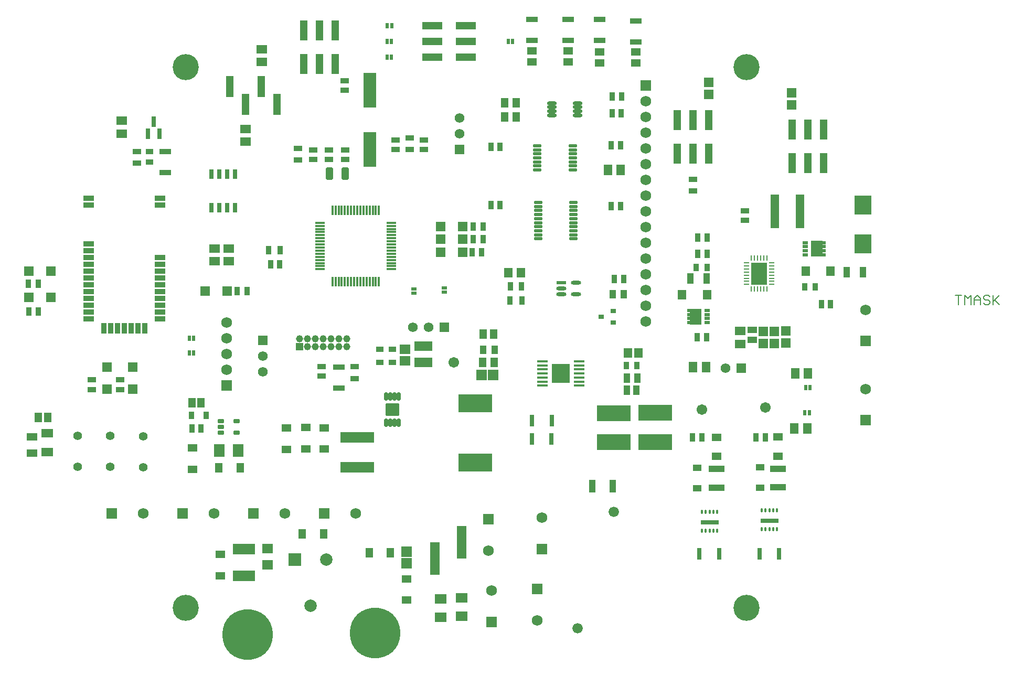
<source format=gbr>
%TF.GenerationSoftware,Altium Limited,Altium Designer,21.0.9 (235)*%
G04 Layer_Color=8388736*
%FSLAX26Y26*%
%MOIN*%
%TF.SameCoordinates,5BE5EA85-216B-4E4C-B8B6-EAA837D7D1E1*%
%TF.FilePolarity,Negative*%
%TF.FileFunction,Soldermask,Top*%
%TF.Part,Single*%
G01*
G75*
%TA.AperFunction,SMDPad,CuDef*%
%ADD14R,0.053150X0.037402*%
%ADD15R,0.035433X0.047244*%
%ADD18R,0.047244X0.035433*%
%ADD23R,0.039626X0.055442*%
%ADD29R,0.031752X0.051505*%
%ADD30R,0.070079X0.016535*%
%ADD31R,0.118110X0.122047*%
%ADD32R,0.216658X0.098512*%
%ADD33R,0.071110X0.059226*%
%ADD36R,0.217000X0.118000*%
%ADD37R,0.037402X0.053150*%
%ADD39R,0.049213X0.059055*%
%ADD40R,0.059055X0.049213*%
%ADD41R,0.043307X0.080709*%
%ADD43R,0.073158X0.059272*%
G04:AMPARAMS|DCode=48|XSize=61.024mil|YSize=23.622mil|CornerRadius=2.008mil|HoleSize=0mil|Usage=FLASHONLY|Rotation=90.000|XOffset=0mil|YOffset=0mil|HoleType=Round|Shape=RoundedRectangle|*
%AMROUNDEDRECTD48*
21,1,0.061024,0.019606,0,0,90.0*
21,1,0.057008,0.023622,0,0,90.0*
1,1,0.004016,0.009803,0.028504*
1,1,0.004016,0.009803,-0.028504*
1,1,0.004016,-0.009803,-0.028504*
1,1,0.004016,-0.009803,0.028504*
%
%ADD48ROUNDEDRECTD48*%
%ADD50R,0.104331X0.143701*%
%ADD51R,0.007843X0.035685*%
%ADD52R,0.035685X0.007843*%
%ADD55R,0.035433X0.031496*%
%ADD56R,0.064499X0.024329*%
G04:AMPARAMS|DCode=57|XSize=64.499mil|YSize=24.329mil|CornerRadius=12.165mil|HoleSize=0mil|Usage=FLASHONLY|Rotation=0.000|XOffset=0mil|YOffset=0mil|HoleType=Round|Shape=RoundedRectangle|*
%AMROUNDEDRECTD57*
21,1,0.064499,0.000000,0,0,0.0*
21,1,0.040170,0.024329,0,0,0.0*
1,1,0.024329,0.020085,0.000000*
1,1,0.024329,-0.020085,0.000000*
1,1,0.024329,-0.020085,0.000000*
1,1,0.024329,0.020085,0.000000*
%
%ADD57ROUNDEDRECTD57*%
%ADD66R,0.037402X0.057087*%
%ADD67R,0.057087X0.037402*%
%ADD69R,0.051505X0.031752*%
%ADD72R,0.050000X0.135000*%
%ADD75R,0.059055X0.059055*%
%ADD76R,0.059055X0.059055*%
%ADD77R,0.037402X0.055118*%
%ADD78R,0.055118X0.037402*%
%ADD81R,0.073158X0.053388*%
%ADD82R,0.068898X0.045276*%
%ADD85R,0.055118X0.064567*%
%ADD89R,0.056299X0.216535*%
%ADD91R,0.098425X0.039370*%
G04:AMPARAMS|DCode=93|XSize=27.559mil|YSize=114.173mil|CornerRadius=1.929mil|HoleSize=0mil|Usage=FLASHONLY|Rotation=90.000|XOffset=0mil|YOffset=0mil|HoleType=Round|Shape=RoundedRectangle|*
%AMROUNDEDRECTD93*
21,1,0.027559,0.110315,0,0,90.0*
21,1,0.023701,0.114173,0,0,90.0*
1,1,0.003858,0.055157,0.011851*
1,1,0.003858,0.055157,-0.011851*
1,1,0.003858,-0.055157,-0.011851*
1,1,0.003858,-0.055157,0.011851*
%
%ADD93ROUNDEDRECTD93*%
G04:AMPARAMS|DCode=94|XSize=25.591mil|YSize=11.811mil|CornerRadius=1.949mil|HoleSize=0mil|Usage=FLASHONLY|Rotation=90.000|XOffset=0mil|YOffset=0mil|HoleType=Round|Shape=RoundedRectangle|*
%AMROUNDEDRECTD94*
21,1,0.025591,0.007913,0,0,90.0*
21,1,0.021693,0.011811,0,0,90.0*
1,1,0.003898,0.003957,0.010847*
1,1,0.003898,0.003957,-0.010847*
1,1,0.003898,-0.003957,-0.010847*
1,1,0.003898,-0.003957,0.010847*
%
%ADD94ROUNDEDRECTD94*%
%ADD95R,0.053150X0.043307*%
%TA.AperFunction,NonConductor*%
%ADD105C,0.006000*%
%TA.AperFunction,ComponentPad*%
%ADD106R,0.061811X0.061811*%
%ADD107C,0.061811*%
%ADD108C,0.078740*%
%ADD109R,0.078740X0.078740*%
%ADD120R,0.061811X0.061811*%
%ADD142C,0.320961*%
%ADD143C,0.067024*%
%ADD144C,0.055213*%
%ADD145C,0.068992*%
%ADD146R,0.068992X0.068992*%
%TA.AperFunction,ViaPad*%
%ADD147C,0.166000*%
%TA.AperFunction,ComponentPad*%
%ADD148C,0.066000*%
%ADD149R,0.068992X0.068992*%
%ADD150R,0.045370X0.045370*%
%ADD151C,0.045370*%
%TA.AperFunction,SMDPad,CuDef*%
%ADD161R,0.072929X0.099307*%
%ADD162R,0.033559X0.022535*%
%ADD163R,0.065055X0.033559*%
%ADD164R,0.033559X0.065055*%
%ADD165R,0.047339X0.059150*%
%ADD166R,0.065055X0.061118*%
%ADD167R,0.116236X0.061118*%
G04:AMPARAMS|DCode=168|XSize=80.016mil|YSize=83.953mil|CornerRadius=4.85mil|HoleSize=0mil|Usage=FLASHONLY|Rotation=270.000|XOffset=0mil|YOffset=0mil|HoleType=Round|Shape=RoundedRectangle|*
%AMROUNDEDRECTD168*
21,1,0.080016,0.074252,0,0,270.0*
21,1,0.070315,0.083953,0,0,270.0*
1,1,0.009701,-0.037126,-0.035157*
1,1,0.009701,-0.037126,0.035157*
1,1,0.009701,0.037126,0.035157*
1,1,0.009701,0.037126,-0.035157*
%
%ADD168ROUNDEDRECTD168*%
G04:AMPARAMS|DCode=169|XSize=23.716mil|YSize=51.276mil|CornerRadius=4.949mil|HoleSize=0mil|Usage=FLASHONLY|Rotation=0.000|XOffset=0mil|YOffset=0mil|HoleType=Round|Shape=RoundedRectangle|*
%AMROUNDEDRECTD169*
21,1,0.023716,0.041378,0,0,0.0*
21,1,0.013819,0.051276,0,0,0.0*
1,1,0.009898,0.006910,-0.020689*
1,1,0.009898,-0.006910,-0.020689*
1,1,0.009898,-0.006910,0.020689*
1,1,0.009898,0.006910,0.020689*
%
%ADD169ROUNDEDRECTD169*%
%ADD170R,0.051276X0.063087*%
%ADD171R,0.067024X0.067024*%
%ADD172R,0.027654X0.072929*%
%ADD173R,0.039465X0.059150*%
%ADD174R,0.043402X0.059150*%
%ADD175R,0.053244X0.061118*%
%ADD176R,0.143795X0.068992*%
%ADD177R,0.214661X0.068992*%
%ADD178O,0.061118X0.023716*%
%ADD179R,0.064268X0.209150*%
%ADD180R,0.067024X0.065055*%
%ADD181R,0.037496X0.055213*%
%ADD182R,0.021748X0.033559*%
%ADD183R,0.055213X0.067024*%
%ADD184R,0.067024X0.055213*%
G04:AMPARAMS|DCode=185|XSize=45.37mil|YSize=76.866mil|CornerRadius=6.937mil|HoleSize=0mil|Usage=FLASHONLY|Rotation=180.000|XOffset=0mil|YOffset=0mil|HoleType=Round|Shape=RoundedRectangle|*
%AMROUNDEDRECTD185*
21,1,0.045370,0.062992,0,0,180.0*
21,1,0.031496,0.076866,0,0,180.0*
1,1,0.013874,-0.015748,0.031496*
1,1,0.013874,0.015748,0.031496*
1,1,0.013874,0.015748,-0.031496*
1,1,0.013874,-0.015748,-0.031496*
%
%ADD185ROUNDEDRECTD185*%
%ADD186R,0.084740X0.222535*%
G04:AMPARAMS|DCode=187|XSize=21.748mil|YSize=53.244mil|CornerRadius=4.968mil|HoleSize=0mil|Usage=FLASHONLY|Rotation=90.000|XOffset=0mil|YOffset=0mil|HoleType=Round|Shape=RoundedRectangle|*
%AMROUNDEDRECTD187*
21,1,0.021748,0.043307,0,0,90.0*
21,1,0.011811,0.053244,0,0,90.0*
1,1,0.009937,0.021654,0.005906*
1,1,0.009937,0.021654,-0.005906*
1,1,0.009937,-0.021654,-0.005906*
1,1,0.009937,-0.021654,0.005906*
%
%ADD187ROUNDEDRECTD187*%
%ADD188O,0.061087X0.015811*%
%ADD189O,0.015811X0.061087*%
%ADD190R,0.029622X0.065055*%
%ADD191R,0.072929X0.037496*%
%ADD192R,0.045370X0.059150*%
%ADD193R,0.039465X0.057181*%
%ADD194R,0.053244X0.063087*%
%ADD195R,0.055213X0.037496*%
%ADD196R,0.059150X0.045370*%
%ADD197R,0.128047X0.045370*%
%ADD198R,0.045370X0.128047*%
%ADD199R,0.033559X0.021748*%
G04:AMPARAMS|DCode=200|XSize=27.654mil|YSize=37.496mil|CornerRadius=4.949mil|HoleSize=0mil|Usage=FLASHONLY|Rotation=90.000|XOffset=0mil|YOffset=0mil|HoleType=Round|Shape=RoundedRectangle|*
%AMROUNDEDRECTD200*
21,1,0.027654,0.027599,0,0,90.0*
21,1,0.017756,0.037496,0,0,90.0*
1,1,0.009898,0.013799,0.008878*
1,1,0.009898,0.013799,-0.008878*
1,1,0.009898,-0.013799,-0.008878*
1,1,0.009898,-0.013799,0.008878*
%
%ADD200ROUNDEDRECTD200*%
%ADD201R,0.068992X0.082772*%
%ADD202R,0.059150X0.039465*%
%ADD203R,0.063087X0.059150*%
%ADD204R,0.065055X0.053244*%
%ADD205R,0.041433X0.067024*%
%ADD206R,0.053244X0.065055*%
%ADD207R,0.106394X0.122142*%
%ADD208R,0.061118X0.049307*%
D14*
X4570000Y6299055D02*
D03*
Y6240000D02*
D03*
X4425000Y4484055D02*
D03*
Y4425000D02*
D03*
X4470000Y5800000D02*
D03*
Y5859055D02*
D03*
X4575000Y5800945D02*
D03*
Y5860000D02*
D03*
X4895000Y5865472D02*
D03*
Y5924528D02*
D03*
X4370000Y5800000D02*
D03*
Y5859055D02*
D03*
X5075000Y5865000D02*
D03*
Y5924055D02*
D03*
X7115000Y5415472D02*
D03*
Y5474528D02*
D03*
D15*
X3599449Y4175000D02*
D03*
X3690000D02*
D03*
D18*
X4875000Y4510000D02*
D03*
Y4592677D02*
D03*
X4795000D02*
D03*
Y4510000D02*
D03*
D23*
X5525000Y4590000D02*
D03*
X5450129D02*
D03*
D29*
X6361502Y4490000D02*
D03*
X6428498D02*
D03*
X6873498Y5115000D02*
D03*
X6806502D02*
D03*
X7495000Y4990000D02*
D03*
X7561997D02*
D03*
D30*
X6061929Y4363228D02*
D03*
Y4388819D02*
D03*
Y4414409D02*
D03*
Y4440000D02*
D03*
Y4465591D02*
D03*
Y4491181D02*
D03*
Y4516772D02*
D03*
X5828071D02*
D03*
Y4491181D02*
D03*
Y4465591D02*
D03*
Y4440000D02*
D03*
Y4414409D02*
D03*
Y4388819D02*
D03*
Y4363228D02*
D03*
D31*
X5945000Y4440000D02*
D03*
D32*
X6545000Y4190538D02*
D03*
Y4005462D02*
D03*
X6280000Y4187538D02*
D03*
Y4002462D02*
D03*
D33*
X4080000Y3326218D02*
D03*
Y3223782D02*
D03*
D36*
X5400000Y3875000D02*
D03*
Y4250000D02*
D03*
D37*
X6270945Y6200000D02*
D03*
X6330000D02*
D03*
X6265472Y5505000D02*
D03*
X6324528D02*
D03*
X6270000Y6095000D02*
D03*
X6329055D02*
D03*
X6265000Y5890000D02*
D03*
X6324055D02*
D03*
X5559528Y5510000D02*
D03*
X5500472D02*
D03*
X5559528Y5880000D02*
D03*
X5500472D02*
D03*
X6285000Y5040000D02*
D03*
X6344055D02*
D03*
X4159055Y5135000D02*
D03*
X4100000D02*
D03*
X3600472Y4090000D02*
D03*
X3659528D02*
D03*
X6815472Y5200000D02*
D03*
X6874528D02*
D03*
X6810945Y4670000D02*
D03*
X6870000D02*
D03*
X7659055Y4880000D02*
D03*
X7600000D02*
D03*
X6815000Y5305000D02*
D03*
X6874055D02*
D03*
X6840000Y4035000D02*
D03*
X6780945D02*
D03*
X7185472D02*
D03*
X7244528D02*
D03*
D39*
X4437912Y3420001D02*
D03*
X4302087Y3420000D02*
D03*
X3772088Y3839999D02*
D03*
X3907913Y3840000D02*
D03*
X4862912Y3300001D02*
D03*
X4727087Y3300000D02*
D03*
D40*
X4324999Y4095825D02*
D03*
X4325000Y3960000D02*
D03*
X3604999Y3967912D02*
D03*
X3605000Y3832087D02*
D03*
X4440000Y4095000D02*
D03*
X4440001Y3959175D02*
D03*
X4200001Y3957088D02*
D03*
X4200000Y4092913D02*
D03*
X3780000Y3290000D02*
D03*
X3780001Y3154175D02*
D03*
X4965000Y3135000D02*
D03*
X4965001Y2999175D02*
D03*
D41*
X6274961Y3725000D02*
D03*
X6145039D02*
D03*
D43*
X5180000Y2891876D02*
D03*
Y3008124D02*
D03*
X5315000Y2896876D02*
D03*
Y3013124D02*
D03*
D48*
X3725000Y5493701D02*
D03*
X3775000D02*
D03*
X3825000D02*
D03*
X3875000D02*
D03*
Y5706299D02*
D03*
X3825000D02*
D03*
X3775000D02*
D03*
X3725000D02*
D03*
D50*
X7205000Y5075000D02*
D03*
D51*
X7155787Y5173551D02*
D03*
X7175472D02*
D03*
X7195158D02*
D03*
X7214842D02*
D03*
X7234528D02*
D03*
X7254213D02*
D03*
Y4976449D02*
D03*
X7234528D02*
D03*
X7214842D02*
D03*
X7195158D02*
D03*
X7175472D02*
D03*
X7155787D02*
D03*
D52*
X7283866Y5143898D02*
D03*
Y5124213D02*
D03*
Y5104528D02*
D03*
Y5084842D02*
D03*
Y5065158D02*
D03*
Y5045472D02*
D03*
Y5025787D02*
D03*
Y5006102D02*
D03*
X7126134D02*
D03*
Y5025787D02*
D03*
Y5045472D02*
D03*
Y5065158D02*
D03*
Y5084842D02*
D03*
Y5104528D02*
D03*
Y5124213D02*
D03*
Y5143898D02*
D03*
D55*
X6279370Y4762598D02*
D03*
Y4837402D02*
D03*
X6200630Y4800000D02*
D03*
D56*
X5949086Y5017402D02*
D03*
D57*
Y4980000D02*
D03*
Y4942598D02*
D03*
X6040914D02*
D03*
Y5017402D02*
D03*
D66*
X5698386Y4905000D02*
D03*
X5621614D02*
D03*
D67*
X4635000Y4483386D02*
D03*
Y4406614D02*
D03*
D69*
X3330000Y5783003D02*
D03*
Y5850000D02*
D03*
D72*
X3840000Y6265000D02*
D03*
X3940000Y6150000D02*
D03*
X4040000Y6265000D02*
D03*
X4140000Y6150000D02*
D03*
D75*
X5182205Y5375000D02*
D03*
X5320000D02*
D03*
X5182205Y5295000D02*
D03*
X5320000D02*
D03*
X5182205Y5210000D02*
D03*
X5320000D02*
D03*
X2703898Y5090000D02*
D03*
X2566102D02*
D03*
X2703898Y4925000D02*
D03*
X2566102D02*
D03*
X3686102Y4965000D02*
D03*
X3823898D02*
D03*
D76*
X3225000Y4480000D02*
D03*
Y4342205D02*
D03*
X3060000Y4478898D02*
D03*
Y4341102D02*
D03*
D77*
X5696417Y4995000D02*
D03*
X5623583D02*
D03*
X4160000Y5225000D02*
D03*
X4087165D02*
D03*
D78*
X4275000Y5798583D02*
D03*
Y5871417D02*
D03*
X4985000Y5865000D02*
D03*
Y5937835D02*
D03*
X3250000Y5850000D02*
D03*
Y5777165D02*
D03*
X6785000Y5600000D02*
D03*
Y5672835D02*
D03*
D81*
X2680000Y3939918D02*
D03*
Y4060082D02*
D03*
D82*
X2585000Y3932835D02*
D03*
Y4037165D02*
D03*
D85*
X6875000Y4940000D02*
D03*
X6716339D02*
D03*
X7500000Y5090000D02*
D03*
X7658661D02*
D03*
D89*
X7305472Y5470000D02*
D03*
X7464528D02*
D03*
D91*
X6935000Y3833110D02*
D03*
Y3715000D02*
D03*
X7325000Y3835000D02*
D03*
Y3716890D02*
D03*
D93*
X6890000Y3495000D02*
D03*
X7270000Y3503150D02*
D03*
D94*
X6842756Y3561929D02*
D03*
X6866378D02*
D03*
X6890000D02*
D03*
X6913622D02*
D03*
X6937244D02*
D03*
X6842756Y3441850D02*
D03*
X6866378D02*
D03*
X6890000D02*
D03*
X6913622D02*
D03*
X6937244D02*
D03*
X7222756Y3570079D02*
D03*
X7246378D02*
D03*
X7270000D02*
D03*
X7293622D02*
D03*
X7317244D02*
D03*
Y3450000D02*
D03*
X7293622D02*
D03*
X7270000D02*
D03*
X7246378D02*
D03*
X7222756D02*
D03*
D95*
X6810000Y3839921D02*
D03*
Y3710000D02*
D03*
X7210000Y3844961D02*
D03*
Y3715039D02*
D03*
D105*
X8451000Y4935981D02*
X8490987D01*
X8470994D01*
Y4876000D01*
X8510981D02*
Y4935981D01*
X8530974Y4915987D01*
X8550968Y4935981D01*
Y4876000D01*
X8570961D02*
Y4915987D01*
X8590955Y4935981D01*
X8610948Y4915987D01*
Y4876000D01*
Y4905990D01*
X8570961D01*
X8670929Y4925984D02*
X8660932Y4935981D01*
X8640939D01*
X8630942Y4925984D01*
Y4915987D01*
X8640939Y4905990D01*
X8660932D01*
X8670929Y4895993D01*
Y4885997D01*
X8660932Y4876000D01*
X8640939D01*
X8630942Y4885997D01*
X8690922Y4935981D02*
Y4876000D01*
Y4895993D01*
X8730909Y4935981D01*
X8700919Y4905990D01*
X8730909Y4876000D01*
D106*
X7090000Y4475000D02*
D03*
X5205000Y4735000D02*
D03*
D107*
X6990000Y4475000D02*
D03*
X5105000Y4735000D02*
D03*
X5005000D02*
D03*
X5300000Y5965000D02*
D03*
Y6065000D02*
D03*
X4050000Y4550000D02*
D03*
Y4450000D02*
D03*
D108*
X4453425Y3258425D02*
D03*
X4355000Y2963150D02*
D03*
D109*
X4256575Y3258425D02*
D03*
D120*
X5300000Y5865000D02*
D03*
X4050000Y4650000D02*
D03*
D142*
X3955000Y2780000D02*
D03*
X4765000Y2790000D02*
D03*
D143*
X6840000Y4210000D02*
D03*
X7245000Y4225000D02*
D03*
X5265000Y4510000D02*
D03*
D144*
X3290000Y3845000D02*
D03*
Y4041850D02*
D03*
X3080000Y3846575D02*
D03*
Y4043425D02*
D03*
X2875000Y3846575D02*
D03*
Y4043425D02*
D03*
D145*
X3740000Y3550000D02*
D03*
X3290000D02*
D03*
X4190000D02*
D03*
X3821220Y4765000D02*
D03*
Y4665000D02*
D03*
Y4465000D02*
D03*
Y4565000D02*
D03*
X5795000Y2870000D02*
D03*
X5825000Y3525000D02*
D03*
X5505000Y3060000D02*
D03*
X5485000Y3315000D02*
D03*
X4640000Y3550000D02*
D03*
X6485000Y4770000D02*
D03*
Y4870000D02*
D03*
Y5170000D02*
D03*
Y5270000D02*
D03*
Y5370000D02*
D03*
Y5570000D02*
D03*
Y5670000D02*
D03*
Y5870000D02*
D03*
Y6070000D02*
D03*
Y6170000D02*
D03*
Y5970000D02*
D03*
Y5770000D02*
D03*
Y5470000D02*
D03*
Y5070000D02*
D03*
Y4970000D02*
D03*
X7880000Y4340000D02*
D03*
Y4843425D02*
D03*
D146*
X3540000Y3550000D02*
D03*
X3090000D02*
D03*
X3990000D02*
D03*
X3821220Y4365000D02*
D03*
X4440000Y3550000D02*
D03*
X6485000Y6270000D02*
D03*
X7880000Y4143150D02*
D03*
Y4646575D02*
D03*
D147*
X7123627Y2950592D02*
D03*
X3561127D02*
D03*
Y6388092D02*
D03*
X7123627D02*
D03*
D148*
X6050000Y2820000D02*
D03*
X6282283Y3560157D02*
D03*
D149*
X5795000Y3070000D02*
D03*
X5825000Y3325000D02*
D03*
X5505000Y2860000D02*
D03*
X5485000Y3515000D02*
D03*
D150*
X4285000Y4610000D02*
D03*
D151*
Y4660000D02*
D03*
X4335000Y4610000D02*
D03*
Y4660000D02*
D03*
X4385000Y4610000D02*
D03*
Y4660000D02*
D03*
X4435000Y4610000D02*
D03*
Y4660000D02*
D03*
X4485000Y4610000D02*
D03*
Y4660000D02*
D03*
X4535000Y4610000D02*
D03*
Y4660000D02*
D03*
X4585000Y4610000D02*
D03*
Y4660000D02*
D03*
D161*
X7572598Y5232795D02*
D03*
X6802165Y4802205D02*
D03*
D162*
X7610000Y5194409D02*
D03*
Y5220000D02*
D03*
Y5245591D02*
D03*
Y5271181D02*
D03*
X7499764Y5194409D02*
D03*
Y5220000D02*
D03*
Y5245591D02*
D03*
Y5271181D02*
D03*
X6875000Y4763819D02*
D03*
Y4789409D02*
D03*
Y4815000D02*
D03*
Y4840591D02*
D03*
X6764764Y4763819D02*
D03*
Y4789409D02*
D03*
Y4815000D02*
D03*
Y4840591D02*
D03*
D163*
X2945000Y5264843D02*
D03*
X3397756Y5178228D02*
D03*
X2945000Y5048307D02*
D03*
Y5091614D02*
D03*
Y4788465D02*
D03*
Y4831772D02*
D03*
Y5134921D02*
D03*
Y4961693D02*
D03*
Y5221535D02*
D03*
X3397756Y5134921D02*
D03*
X2945000Y5178228D02*
D03*
Y4918386D02*
D03*
Y5005000D02*
D03*
X3397756Y4875079D02*
D03*
Y5048307D02*
D03*
Y5091614D02*
D03*
X2945000Y4875079D02*
D03*
X3397756Y4918386D02*
D03*
Y4961693D02*
D03*
Y5005000D02*
D03*
Y4831772D02*
D03*
Y4788465D02*
D03*
Y5508937D02*
D03*
Y5552244D02*
D03*
X2945315Y5508937D02*
D03*
Y5552244D02*
D03*
D164*
X3301299Y4727441D02*
D03*
X3257992D02*
D03*
X3084764D02*
D03*
X3214685D02*
D03*
X3171378D02*
D03*
X3128071D02*
D03*
X3041457D02*
D03*
D165*
X3600472Y4255000D02*
D03*
X3659528D02*
D03*
X2684055Y4160000D02*
D03*
X2625000D02*
D03*
D166*
X4955000Y4594803D02*
D03*
Y4520000D02*
D03*
D167*
X5070000Y4612362D02*
D03*
Y4510000D02*
D03*
D168*
X4875000Y4210000D02*
D03*
D169*
X4836614Y4126339D02*
D03*
X4862205D02*
D03*
X4887795D02*
D03*
X4913386D02*
D03*
X4836614Y4293661D02*
D03*
X4862205D02*
D03*
X4887795D02*
D03*
X4913386D02*
D03*
D170*
X5519449Y4690000D02*
D03*
X5450551D02*
D03*
X5520000Y4510000D02*
D03*
X5449134D02*
D03*
D171*
X5442165Y4430000D02*
D03*
X5515000D02*
D03*
D172*
X5762992Y4140000D02*
D03*
X5887008D02*
D03*
X5760984Y4025000D02*
D03*
X5885000D02*
D03*
X7207992Y3295000D02*
D03*
X7332008D02*
D03*
X6825984D02*
D03*
X6950000D02*
D03*
D173*
X6429961Y4410000D02*
D03*
X6365000D02*
D03*
D174*
Y4335000D02*
D03*
X6426024D02*
D03*
D175*
X6438465Y4570000D02*
D03*
X6371535D02*
D03*
D176*
X3930000Y3324646D02*
D03*
Y3155354D02*
D03*
D177*
X4650000Y3844528D02*
D03*
Y4035472D02*
D03*
D178*
X6050709Y6081614D02*
D03*
Y6107205D02*
D03*
Y6132795D02*
D03*
Y6158386D02*
D03*
X5889291Y6081614D02*
D03*
Y6107205D02*
D03*
Y6132795D02*
D03*
Y6158386D02*
D03*
D179*
X5315472Y3368150D02*
D03*
X5145000Y3265000D02*
D03*
D180*
X4965000Y3233583D02*
D03*
Y3306417D02*
D03*
D181*
X3888504Y4965000D02*
D03*
X3951496D02*
D03*
X5388504Y5375000D02*
D03*
X5451496D02*
D03*
X5388504Y5295000D02*
D03*
X5451496D02*
D03*
X5380000Y5210000D02*
D03*
X5442992D02*
D03*
X2562008Y5010000D02*
D03*
X2625000D02*
D03*
X2563504Y4835000D02*
D03*
X2626496D02*
D03*
D182*
X7496221Y4190000D02*
D03*
X7523780D02*
D03*
X7527559Y4350000D02*
D03*
X7500000D02*
D03*
X4867559Y6450000D02*
D03*
X4840000D02*
D03*
X4868780Y6550000D02*
D03*
X4841221D02*
D03*
X4870000Y6650000D02*
D03*
X4842441D02*
D03*
X5637559Y6550000D02*
D03*
X5610000D02*
D03*
X3612559Y4570000D02*
D03*
X3585000D02*
D03*
X3612559Y4665000D02*
D03*
X3585000D02*
D03*
D183*
X7429291Y4090000D02*
D03*
X7510000D02*
D03*
X7515000Y4440000D02*
D03*
X7434291D02*
D03*
X6244646Y5735000D02*
D03*
X6325354D02*
D03*
D184*
X3745000Y5154291D02*
D03*
Y5235000D02*
D03*
X3835000Y5154291D02*
D03*
Y5235000D02*
D03*
X4045000Y6500354D02*
D03*
Y6419646D02*
D03*
X3940000Y5914646D02*
D03*
Y5995354D02*
D03*
X3155000Y6045709D02*
D03*
Y5965000D02*
D03*
D185*
X4574213Y5710000D02*
D03*
X4475787D02*
D03*
D186*
X4730000Y6239016D02*
D03*
Y5865000D02*
D03*
D187*
X5800591Y5526772D02*
D03*
Y5501181D02*
D03*
Y5475591D02*
D03*
Y5450000D02*
D03*
Y5424409D02*
D03*
Y5398819D02*
D03*
Y5373228D02*
D03*
Y5347638D02*
D03*
Y5322047D02*
D03*
Y5296457D02*
D03*
X6025000Y5526772D02*
D03*
Y5501181D02*
D03*
Y5475591D02*
D03*
Y5450000D02*
D03*
Y5424409D02*
D03*
Y5398819D02*
D03*
Y5373228D02*
D03*
Y5347638D02*
D03*
Y5322047D02*
D03*
Y5296457D02*
D03*
X5795591Y5887362D02*
D03*
Y5861772D02*
D03*
Y5836181D02*
D03*
Y5810591D02*
D03*
Y5785000D02*
D03*
Y5759409D02*
D03*
Y5733819D02*
D03*
X6020000Y5887362D02*
D03*
Y5861772D02*
D03*
Y5836181D02*
D03*
Y5810591D02*
D03*
Y5785000D02*
D03*
Y5759409D02*
D03*
Y5733819D02*
D03*
D188*
X4416339Y5398032D02*
D03*
Y5378346D02*
D03*
Y5358661D02*
D03*
Y5338976D02*
D03*
Y5319291D02*
D03*
Y5299606D02*
D03*
Y5279921D02*
D03*
Y5260236D02*
D03*
Y5240551D02*
D03*
Y5220866D02*
D03*
Y5201181D02*
D03*
Y5181496D02*
D03*
Y5161811D02*
D03*
Y5142126D02*
D03*
Y5122441D02*
D03*
Y5102756D02*
D03*
X4867126D02*
D03*
Y5122441D02*
D03*
Y5142126D02*
D03*
Y5161811D02*
D03*
Y5181496D02*
D03*
Y5201181D02*
D03*
Y5220866D02*
D03*
Y5240551D02*
D03*
Y5260236D02*
D03*
Y5279921D02*
D03*
Y5299606D02*
D03*
Y5319291D02*
D03*
Y5338976D02*
D03*
Y5358661D02*
D03*
Y5378346D02*
D03*
Y5398032D02*
D03*
D189*
X4494095Y5025000D02*
D03*
X4513779D02*
D03*
X4533465D02*
D03*
X4553150D02*
D03*
X4572835D02*
D03*
X4592520D02*
D03*
X4612205D02*
D03*
X4631890D02*
D03*
X4651575D02*
D03*
X4671260D02*
D03*
X4690945D02*
D03*
X4710630D02*
D03*
X4730315D02*
D03*
X4750000D02*
D03*
X4769685D02*
D03*
X4789370D02*
D03*
Y5475787D02*
D03*
X4769685D02*
D03*
X4750000D02*
D03*
X4730315D02*
D03*
X4710630D02*
D03*
X4690945D02*
D03*
X4671260D02*
D03*
X4651575D02*
D03*
X4631890D02*
D03*
X4612205D02*
D03*
X4592520D02*
D03*
X4572835D02*
D03*
X4553150D02*
D03*
X4533465D02*
D03*
X4513779D02*
D03*
X4494095D02*
D03*
D190*
X3357599Y6039803D02*
D03*
X3395000Y5965000D02*
D03*
X3320197D02*
D03*
D191*
X4535000Y4348071D02*
D03*
Y4481929D02*
D03*
X3430000Y5718071D02*
D03*
Y5851929D02*
D03*
X6420000Y6548071D02*
D03*
Y6681929D02*
D03*
X6190000Y6558071D02*
D03*
Y6691929D02*
D03*
X5990000Y6558071D02*
D03*
Y6691929D02*
D03*
X5760000Y6558071D02*
D03*
Y6691929D02*
D03*
D192*
X5589567Y6160000D02*
D03*
X5660433D02*
D03*
X5589567Y6070000D02*
D03*
X5660433D02*
D03*
D193*
X6276535Y4945000D02*
D03*
X6343465D02*
D03*
D194*
X5690000Y5080000D02*
D03*
X5611260D02*
D03*
D195*
X3145000Y4338504D02*
D03*
Y4401496D02*
D03*
X2965000Y4338504D02*
D03*
Y4401496D02*
D03*
D196*
X6420000Y6414567D02*
D03*
Y6485433D02*
D03*
X6190000Y6414567D02*
D03*
Y6485433D02*
D03*
X5990000Y6419567D02*
D03*
Y6490433D02*
D03*
X5760000Y6419567D02*
D03*
Y6490433D02*
D03*
D197*
X5128701Y6650000D02*
D03*
Y6550000D02*
D03*
X5341299Y6650000D02*
D03*
Y6550000D02*
D03*
X5128701Y6450000D02*
D03*
X5341299D02*
D03*
D198*
X4510000Y6621299D02*
D03*
X4410000D02*
D03*
X4510000Y6408701D02*
D03*
X4410000D02*
D03*
X4310000Y6621299D02*
D03*
Y6408701D02*
D03*
X6885000Y6051299D02*
D03*
X6785000D02*
D03*
X6885000Y5838701D02*
D03*
X6785000D02*
D03*
X6685000Y6051299D02*
D03*
Y5838701D02*
D03*
X7415000Y5778701D02*
D03*
Y5991299D02*
D03*
X7515000Y5778701D02*
D03*
X7615000D02*
D03*
X7515000Y5991299D02*
D03*
X7615000D02*
D03*
D199*
X5205000Y4956220D02*
D03*
Y4983779D02*
D03*
X5010000Y4951220D02*
D03*
Y4978779D02*
D03*
D200*
X3784803Y4137402D02*
D03*
Y4100000D02*
D03*
Y4062599D02*
D03*
X3885197D02*
D03*
Y4137402D02*
D03*
D201*
X3775945Y3950000D02*
D03*
X3894055D02*
D03*
D202*
X7160000Y4652520D02*
D03*
Y4717480D02*
D03*
D203*
X7375000Y4710000D02*
D03*
Y4633228D02*
D03*
X7300000Y4708386D02*
D03*
Y4631614D02*
D03*
X7230000Y4708386D02*
D03*
Y4631614D02*
D03*
X6885000Y6215000D02*
D03*
Y6291772D02*
D03*
X7410000Y6146614D02*
D03*
Y6223386D02*
D03*
D204*
X7085000Y4628661D02*
D03*
Y4711339D02*
D03*
D205*
X6872165Y5045000D02*
D03*
X6767835D02*
D03*
X7864331Y5085000D02*
D03*
X7760000D02*
D03*
D206*
X6785000Y4480000D02*
D03*
X6867677D02*
D03*
D207*
X7865000Y5511063D02*
D03*
Y5265000D02*
D03*
D208*
X6935000Y4035000D02*
D03*
Y3912953D02*
D03*
X7325000Y4037047D02*
D03*
Y3915000D02*
D03*
%TF.MD5,e435add253b61cafa3f07461660bd882*%
M02*

</source>
